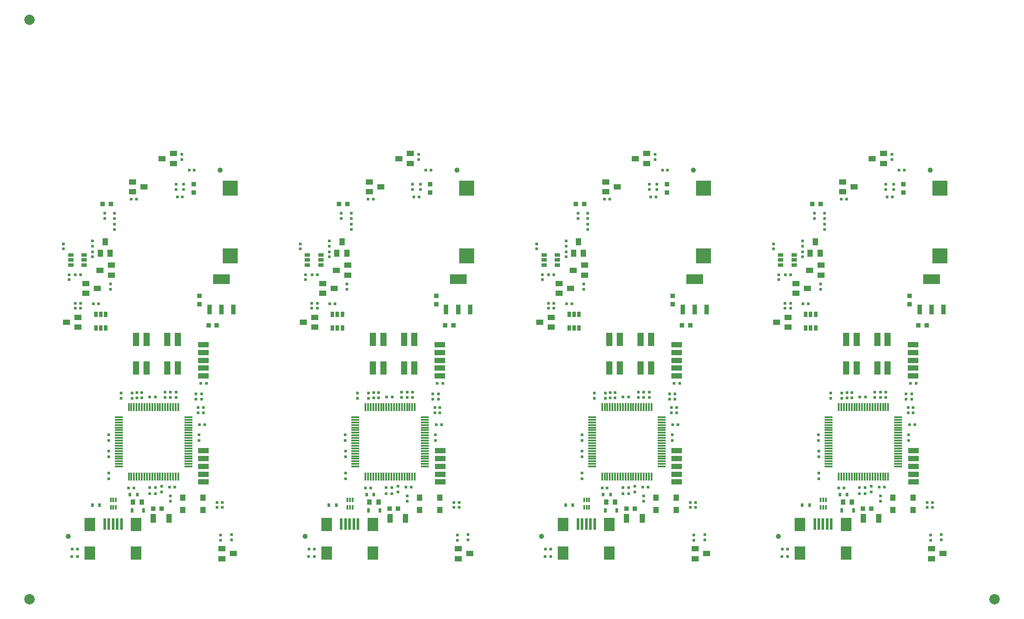
<source format=gbp>
G04*
G04 #@! TF.GenerationSoftware,Altium Limited,Altium Designer,18.0.9 (584)*
G04*
G04 Layer_Color=128*
%FSLAX44Y44*%
%MOMM*%
G71*
G01*
G75*
%ADD11C,2.0000*%
%ADD12R,2.0000X1.0190*%
%ADD14R,0.9000X0.9000*%
%ADD15R,0.6000X0.6000*%
%ADD16R,0.6000X0.6000*%
%ADD17R,0.9000X0.9000*%
%ADD29R,1.0000X1.4000*%
%ADD30R,0.6000X0.5000*%
%ADD32R,0.5000X0.6000*%
%ADD36R,1.0000X0.7000*%
%ADD37R,0.7000X1.0000*%
%ADD40C,1.0000*%
%ADD41R,1.4000X1.0000*%
%ADD64R,0.6300X0.8300*%
%ADD65R,1.0000X1.7000*%
%ADD66R,0.6000X0.8000*%
%ADD67R,0.9000X1.0000*%
%ADD68R,0.3000X1.5000*%
%ADD69R,1.5000X0.3000*%
%ADD70R,3.0000X3.0000*%
%ADD71R,2.0000X2.5000*%
%ADD72R,0.5000X2.3000*%
%ADD73R,0.3000X0.8500*%
%ADD74R,3.2500X1.9000*%
%ADD75R,0.9500X1.9000*%
%ADD76R,1.1000X1.2500*%
%ADD77R,1.2000X2.5000*%
D11*
X70000Y70000D02*
D03*
X1925430D02*
D03*
X70000Y1185250D02*
D03*
D12*
X403893Y499691D02*
D03*
Y514691D02*
D03*
Y529691D02*
D03*
Y544691D02*
D03*
Y559691D02*
D03*
X404501Y355489D02*
D03*
Y340489D02*
D03*
Y325489D02*
D03*
Y310489D02*
D03*
Y295489D02*
D03*
X859000Y499691D02*
D03*
Y514691D02*
D03*
Y529691D02*
D03*
Y544691D02*
D03*
Y559691D02*
D03*
X859608Y355489D02*
D03*
Y340489D02*
D03*
Y325489D02*
D03*
Y310489D02*
D03*
Y295489D02*
D03*
X1314107Y499691D02*
D03*
Y514691D02*
D03*
Y529691D02*
D03*
Y544691D02*
D03*
Y559691D02*
D03*
X1314716Y355489D02*
D03*
Y340489D02*
D03*
Y325489D02*
D03*
Y310489D02*
D03*
Y295489D02*
D03*
X1769215Y499691D02*
D03*
Y514691D02*
D03*
Y529691D02*
D03*
Y544691D02*
D03*
Y559691D02*
D03*
X1769823Y355489D02*
D03*
Y340489D02*
D03*
Y325489D02*
D03*
Y310489D02*
D03*
Y295489D02*
D03*
D14*
X385351Y852742D02*
D03*
Y868742D02*
D03*
X396781Y638112D02*
D03*
Y654112D02*
D03*
X840458Y852742D02*
D03*
Y868742D02*
D03*
X851888Y638112D02*
D03*
Y654112D02*
D03*
X1295566Y852742D02*
D03*
Y868742D02*
D03*
X1306996Y638112D02*
D03*
Y654112D02*
D03*
X1750673Y852742D02*
D03*
Y868742D02*
D03*
X1762103Y638112D02*
D03*
Y654112D02*
D03*
D15*
X222029Y375222D02*
D03*
Y386222D02*
D03*
X222309Y355032D02*
D03*
Y344032D02*
D03*
X395501Y386000D02*
D03*
Y375000D02*
D03*
X222283Y301816D02*
D03*
Y312816D02*
D03*
X323501Y276250D02*
D03*
Y287250D02*
D03*
X677136Y375222D02*
D03*
Y386222D02*
D03*
X677416Y355032D02*
D03*
Y344032D02*
D03*
X850608Y386000D02*
D03*
Y375000D02*
D03*
X677390Y301816D02*
D03*
Y312816D02*
D03*
X778608Y276250D02*
D03*
Y287250D02*
D03*
X1132244Y375222D02*
D03*
Y386222D02*
D03*
X1132524Y355032D02*
D03*
Y344032D02*
D03*
X1305716Y386000D02*
D03*
Y375000D02*
D03*
X1132498Y301816D02*
D03*
Y312816D02*
D03*
X1233716Y276250D02*
D03*
Y287250D02*
D03*
X1587351Y375222D02*
D03*
Y386222D02*
D03*
X1587631Y355032D02*
D03*
Y344032D02*
D03*
X1760823Y386000D02*
D03*
Y375000D02*
D03*
X1587605Y301816D02*
D03*
Y312816D02*
D03*
X1688823Y276250D02*
D03*
Y287250D02*
D03*
D16*
X312301Y459200D02*
D03*
X301301D02*
D03*
X311751Y273000D02*
D03*
X300751D02*
D03*
X311751Y284500D02*
D03*
X300751D02*
D03*
X151250Y152065D02*
D03*
X162250D02*
D03*
X409813Y485204D02*
D03*
X398813D02*
D03*
X767408Y459200D02*
D03*
X756408D02*
D03*
X766858Y273000D02*
D03*
X755858D02*
D03*
X766858Y284500D02*
D03*
X755858D02*
D03*
X606358Y152065D02*
D03*
X617358D02*
D03*
X864920Y485204D02*
D03*
X853920D02*
D03*
X1222516Y459200D02*
D03*
X1211516D02*
D03*
X1221966Y273000D02*
D03*
X1210966D02*
D03*
X1221966Y284500D02*
D03*
X1210966D02*
D03*
X1061465Y152065D02*
D03*
X1072465D02*
D03*
X1320028Y485204D02*
D03*
X1309028D02*
D03*
X1677623Y459200D02*
D03*
X1666623D02*
D03*
X1677073Y273000D02*
D03*
X1666073D02*
D03*
X1677073Y284500D02*
D03*
X1666073D02*
D03*
X1516573Y152065D02*
D03*
X1527573D02*
D03*
X1775135Y485204D02*
D03*
X1764135D02*
D03*
D17*
X210091Y831152D02*
D03*
X226091D02*
D03*
X307501Y244500D02*
D03*
X323501D02*
D03*
X430079Y597270D02*
D03*
X414079D02*
D03*
X665198Y831152D02*
D03*
X681198D02*
D03*
X762608Y244500D02*
D03*
X778608D02*
D03*
X885186Y597270D02*
D03*
X869186D02*
D03*
X1120306Y831152D02*
D03*
X1136306D02*
D03*
X1217716Y244500D02*
D03*
X1233716D02*
D03*
X1340294Y597270D02*
D03*
X1324294D02*
D03*
X1575413Y831152D02*
D03*
X1591413D02*
D03*
X1672823Y244500D02*
D03*
X1688823D02*
D03*
X1795401Y597270D02*
D03*
X1779401D02*
D03*
D29*
X206051Y735700D02*
D03*
X225051D02*
D03*
X215551Y757700D02*
D03*
X661158Y735700D02*
D03*
X680158D02*
D03*
X670658Y757700D02*
D03*
X1116266Y735700D02*
D03*
X1135266D02*
D03*
X1125766Y757700D02*
D03*
X1571373Y735700D02*
D03*
X1590373D02*
D03*
X1580873Y757700D02*
D03*
D30*
X233501Y803250D02*
D03*
Y813250D02*
D03*
X362771Y916200D02*
D03*
Y926200D02*
D03*
X458051Y183950D02*
D03*
Y193950D02*
D03*
X437301Y193200D02*
D03*
Y183200D02*
D03*
X351595Y468492D02*
D03*
Y458492D02*
D03*
X340927Y468586D02*
D03*
Y458586D02*
D03*
X330513Y468492D02*
D03*
Y458492D02*
D03*
X267023Y467052D02*
D03*
Y457052D02*
D03*
X276773Y467302D02*
D03*
Y457302D02*
D03*
X286023Y467302D02*
D03*
Y457302D02*
D03*
X366301Y859200D02*
D03*
Y869200D02*
D03*
X351551Y859200D02*
D03*
Y869200D02*
D03*
X390251Y464750D02*
D03*
Y454750D02*
D03*
X401251Y464750D02*
D03*
Y454750D02*
D03*
X245651Y456662D02*
D03*
Y466662D02*
D03*
X233501Y781500D02*
D03*
Y791500D02*
D03*
X214251Y803250D02*
D03*
Y813250D02*
D03*
X145801Y694950D02*
D03*
Y684950D02*
D03*
X135301Y754200D02*
D03*
Y744200D02*
D03*
X225551Y676700D02*
D03*
Y666700D02*
D03*
X191301Y738950D02*
D03*
Y728950D02*
D03*
Y749700D02*
D03*
Y759700D02*
D03*
X168181Y629795D02*
D03*
Y639795D02*
D03*
X157513Y629795D02*
D03*
Y639795D02*
D03*
X340901Y258542D02*
D03*
Y268542D02*
D03*
X688608Y803250D02*
D03*
Y813250D02*
D03*
X817878Y916200D02*
D03*
Y926200D02*
D03*
X913158Y183950D02*
D03*
Y193950D02*
D03*
X892408Y193200D02*
D03*
Y183200D02*
D03*
X806702Y468492D02*
D03*
Y458492D02*
D03*
X796034Y468586D02*
D03*
Y458586D02*
D03*
X785620Y468492D02*
D03*
Y458492D02*
D03*
X722130Y467052D02*
D03*
Y457052D02*
D03*
X731880Y467302D02*
D03*
Y457302D02*
D03*
X741130Y467302D02*
D03*
Y457302D02*
D03*
X821408Y859200D02*
D03*
Y869200D02*
D03*
X806658Y859200D02*
D03*
Y869200D02*
D03*
X845358Y464750D02*
D03*
Y454750D02*
D03*
X856358Y464750D02*
D03*
Y454750D02*
D03*
X700758Y456662D02*
D03*
Y466662D02*
D03*
X688608Y781500D02*
D03*
Y791500D02*
D03*
X669358Y803250D02*
D03*
Y813250D02*
D03*
X600908Y694950D02*
D03*
Y684950D02*
D03*
X590408Y754200D02*
D03*
Y744200D02*
D03*
X680658Y676700D02*
D03*
Y666700D02*
D03*
X646408Y738950D02*
D03*
Y728950D02*
D03*
Y749700D02*
D03*
Y759700D02*
D03*
X623288Y629795D02*
D03*
Y639795D02*
D03*
X612620Y629795D02*
D03*
Y639795D02*
D03*
X796008Y258542D02*
D03*
Y268542D02*
D03*
X1143716Y803250D02*
D03*
Y813250D02*
D03*
X1272986Y916200D02*
D03*
Y926200D02*
D03*
X1368266Y183950D02*
D03*
Y193950D02*
D03*
X1347516Y193200D02*
D03*
Y183200D02*
D03*
X1261810Y468492D02*
D03*
Y458492D02*
D03*
X1251142Y468586D02*
D03*
Y458586D02*
D03*
X1240728Y468492D02*
D03*
Y458492D02*
D03*
X1177238Y467052D02*
D03*
Y457052D02*
D03*
X1186988Y467302D02*
D03*
Y457302D02*
D03*
X1196238Y467302D02*
D03*
Y457302D02*
D03*
X1276516Y859200D02*
D03*
Y869200D02*
D03*
X1261766Y859200D02*
D03*
Y869200D02*
D03*
X1300466Y464750D02*
D03*
Y454750D02*
D03*
X1311466Y464750D02*
D03*
Y454750D02*
D03*
X1155866Y456662D02*
D03*
Y466662D02*
D03*
X1143716Y781500D02*
D03*
Y791500D02*
D03*
X1124466Y803250D02*
D03*
Y813250D02*
D03*
X1056016Y694950D02*
D03*
Y684950D02*
D03*
X1045516Y754200D02*
D03*
Y744200D02*
D03*
X1135766Y676700D02*
D03*
Y666700D02*
D03*
X1101516Y738950D02*
D03*
Y728950D02*
D03*
Y749700D02*
D03*
Y759700D02*
D03*
X1078395Y629795D02*
D03*
Y639795D02*
D03*
X1067727Y629795D02*
D03*
Y639795D02*
D03*
X1251116Y258542D02*
D03*
Y268542D02*
D03*
X1598823Y803250D02*
D03*
Y813250D02*
D03*
X1728093Y916200D02*
D03*
Y926200D02*
D03*
X1823373Y183950D02*
D03*
Y193950D02*
D03*
X1802623Y193200D02*
D03*
Y183200D02*
D03*
X1716917Y468492D02*
D03*
Y458492D02*
D03*
X1706249Y468586D02*
D03*
Y458586D02*
D03*
X1695835Y468492D02*
D03*
Y458492D02*
D03*
X1632345Y467052D02*
D03*
Y457052D02*
D03*
X1642095Y467302D02*
D03*
Y457302D02*
D03*
X1651345Y467302D02*
D03*
Y457302D02*
D03*
X1731623Y859200D02*
D03*
Y869200D02*
D03*
X1716873Y859200D02*
D03*
Y869200D02*
D03*
X1755573Y464750D02*
D03*
Y454750D02*
D03*
X1766573Y464750D02*
D03*
Y454750D02*
D03*
X1610973Y456662D02*
D03*
Y466662D02*
D03*
X1598823Y781500D02*
D03*
Y791500D02*
D03*
X1579573Y803250D02*
D03*
Y813250D02*
D03*
X1511123Y694950D02*
D03*
Y684950D02*
D03*
X1500623Y754200D02*
D03*
Y744200D02*
D03*
X1590873Y676700D02*
D03*
Y666700D02*
D03*
X1556623Y738950D02*
D03*
Y728950D02*
D03*
Y749700D02*
D03*
Y759700D02*
D03*
X1533503Y629795D02*
D03*
Y639795D02*
D03*
X1522835Y629795D02*
D03*
Y639795D02*
D03*
X1706223Y258542D02*
D03*
Y268542D02*
D03*
D32*
X376801Y895950D02*
D03*
X386801D02*
D03*
X430751Y256315D02*
D03*
X440751D02*
D03*
X404173Y428360D02*
D03*
X394173D02*
D03*
X404173Y438774D02*
D03*
X394173D02*
D03*
X364051Y844200D02*
D03*
X354051D02*
D03*
X397001Y405500D02*
D03*
X407001D02*
D03*
X260751Y283750D02*
D03*
X270751D02*
D03*
X349001Y285750D02*
D03*
X339001D02*
D03*
X440751Y246315D02*
D03*
X430751D02*
D03*
X275743Y840348D02*
D03*
X265743D02*
D03*
X152205Y166486D02*
D03*
X162205D02*
D03*
X192501Y638250D02*
D03*
X202501D02*
D03*
X168051Y694950D02*
D03*
X158051D02*
D03*
X831908Y895950D02*
D03*
X841908D02*
D03*
X885858Y256315D02*
D03*
X895858D02*
D03*
X859280Y428360D02*
D03*
X849280D02*
D03*
X859280Y438774D02*
D03*
X849280D02*
D03*
X819158Y844200D02*
D03*
X809158D02*
D03*
X852108Y405500D02*
D03*
X862108D02*
D03*
X715858Y283750D02*
D03*
X725858D02*
D03*
X804108Y285750D02*
D03*
X794108D02*
D03*
X895858Y246315D02*
D03*
X885858D02*
D03*
X730850Y840348D02*
D03*
X720850D02*
D03*
X607312Y166486D02*
D03*
X617312D02*
D03*
X647608Y638250D02*
D03*
X657608D02*
D03*
X623158Y694950D02*
D03*
X613158D02*
D03*
X1287016Y895950D02*
D03*
X1297016D02*
D03*
X1340965Y256315D02*
D03*
X1350965D02*
D03*
X1314388Y428360D02*
D03*
X1304388D02*
D03*
X1314388Y438774D02*
D03*
X1304388D02*
D03*
X1274266Y844200D02*
D03*
X1264266D02*
D03*
X1307216Y405500D02*
D03*
X1317216D02*
D03*
X1170966Y283750D02*
D03*
X1180966D02*
D03*
X1259216Y285750D02*
D03*
X1249216D02*
D03*
X1350965Y246315D02*
D03*
X1340965D02*
D03*
X1185958Y840348D02*
D03*
X1175958D02*
D03*
X1062420Y166486D02*
D03*
X1072420D02*
D03*
X1102716Y638250D02*
D03*
X1112716D02*
D03*
X1078266Y694950D02*
D03*
X1068266D02*
D03*
X1742123Y895950D02*
D03*
X1752123D02*
D03*
X1796073Y256315D02*
D03*
X1806073D02*
D03*
X1769495Y428360D02*
D03*
X1759495D02*
D03*
X1769495Y438774D02*
D03*
X1759495D02*
D03*
X1729373Y844200D02*
D03*
X1719373D02*
D03*
X1762323Y405500D02*
D03*
X1772323D02*
D03*
X1626073Y283750D02*
D03*
X1636073D02*
D03*
X1714323Y285750D02*
D03*
X1704323D02*
D03*
X1806073Y246315D02*
D03*
X1796073D02*
D03*
X1641065Y840348D02*
D03*
X1631065D02*
D03*
X1517527Y166486D02*
D03*
X1527527D02*
D03*
X1557823Y638250D02*
D03*
X1567823D02*
D03*
X1533373Y694950D02*
D03*
X1523373D02*
D03*
D36*
X175051Y713450D02*
D03*
Y732450D02*
D03*
Y722950D02*
D03*
X149051Y732450D02*
D03*
Y722950D02*
D03*
Y713450D02*
D03*
X630158D02*
D03*
Y732450D02*
D03*
Y722950D02*
D03*
X604158Y732450D02*
D03*
Y722950D02*
D03*
Y713450D02*
D03*
X1085266D02*
D03*
Y732450D02*
D03*
Y722950D02*
D03*
X1059266Y732450D02*
D03*
Y722950D02*
D03*
Y713450D02*
D03*
X1540373D02*
D03*
Y732450D02*
D03*
Y722950D02*
D03*
X1514373Y732450D02*
D03*
Y722950D02*
D03*
Y713450D02*
D03*
D37*
X197315Y618098D02*
D03*
X206815D02*
D03*
X216315D02*
D03*
X206815Y592098D02*
D03*
X216315D02*
D03*
X197315D02*
D03*
X652422Y618098D02*
D03*
X661922D02*
D03*
X671422D02*
D03*
X661922Y592098D02*
D03*
X671422D02*
D03*
X652422D02*
D03*
X1107530Y618098D02*
D03*
X1117030D02*
D03*
X1126530D02*
D03*
X1117030Y592098D02*
D03*
X1126530D02*
D03*
X1107530D02*
D03*
X1562637Y618098D02*
D03*
X1572137D02*
D03*
X1581637D02*
D03*
X1572137Y592098D02*
D03*
X1581637D02*
D03*
X1562637D02*
D03*
D40*
X144523Y191052D02*
D03*
X436431Y896228D02*
D03*
X599630Y191052D02*
D03*
X891538Y896228D02*
D03*
X1054738Y191052D02*
D03*
X1346646Y896228D02*
D03*
X1509845Y191052D02*
D03*
X1801753Y896228D02*
D03*
D41*
X346925Y908826D02*
D03*
Y927826D02*
D03*
X324925Y918326D02*
D03*
X439551Y166950D02*
D03*
Y147950D02*
D03*
X461551Y157450D02*
D03*
X268301Y873200D02*
D03*
Y854200D02*
D03*
X290301Y863700D02*
D03*
X163051Y593699D02*
D03*
Y612700D02*
D03*
X141051Y603200D02*
D03*
X178551Y677700D02*
D03*
Y658700D02*
D03*
X200551Y668200D02*
D03*
X227059Y693941D02*
D03*
Y712942D02*
D03*
X205059Y703442D02*
D03*
X802032Y908826D02*
D03*
Y927826D02*
D03*
X780032Y918326D02*
D03*
X894658Y166950D02*
D03*
Y147950D02*
D03*
X916658Y157450D02*
D03*
X723408Y873200D02*
D03*
Y854200D02*
D03*
X745408Y863700D02*
D03*
X618158Y593699D02*
D03*
Y612700D02*
D03*
X596158Y603200D02*
D03*
X633658Y677700D02*
D03*
Y658700D02*
D03*
X655658Y668200D02*
D03*
X682166Y693941D02*
D03*
Y712942D02*
D03*
X660166Y703442D02*
D03*
X1257140Y908826D02*
D03*
Y927826D02*
D03*
X1235140Y918326D02*
D03*
X1349766Y166950D02*
D03*
Y147950D02*
D03*
X1371766Y157450D02*
D03*
X1178516Y873200D02*
D03*
Y854200D02*
D03*
X1200516Y863700D02*
D03*
X1073266Y593699D02*
D03*
Y612700D02*
D03*
X1051266Y603200D02*
D03*
X1088766Y677700D02*
D03*
Y658700D02*
D03*
X1110766Y668200D02*
D03*
X1137274Y693941D02*
D03*
Y712942D02*
D03*
X1115274Y703442D02*
D03*
X1712247Y908826D02*
D03*
Y927826D02*
D03*
X1690247Y918326D02*
D03*
X1804873Y166950D02*
D03*
Y147950D02*
D03*
X1826873Y157450D02*
D03*
X1633623Y873200D02*
D03*
Y854200D02*
D03*
X1655623Y863700D02*
D03*
X1528373Y593699D02*
D03*
Y612700D02*
D03*
X1506373Y603200D02*
D03*
X1543873Y677700D02*
D03*
Y658700D02*
D03*
X1565873Y668200D02*
D03*
X1592381Y693941D02*
D03*
Y712942D02*
D03*
X1570381Y703442D02*
D03*
D64*
X266751Y240500D02*
D03*
X289051D02*
D03*
X721858D02*
D03*
X744158D02*
D03*
X1176966D02*
D03*
X1199266D02*
D03*
X1632073D02*
D03*
X1654373D02*
D03*
D65*
X307867Y225108D02*
D03*
X337867D02*
D03*
X762974D02*
D03*
X792974D02*
D03*
X1218082D02*
D03*
X1248082D02*
D03*
X1673189D02*
D03*
X1703189D02*
D03*
D66*
X277001Y271250D02*
D03*
X263001D02*
D03*
X204533Y251270D02*
D03*
X190533D02*
D03*
X732108Y271250D02*
D03*
X718108D02*
D03*
X659640Y251270D02*
D03*
X645640D02*
D03*
X1187216Y271250D02*
D03*
X1173216D02*
D03*
X1114748Y251270D02*
D03*
X1100748D02*
D03*
X1642323Y271250D02*
D03*
X1628323D02*
D03*
X1569855Y251270D02*
D03*
X1555855D02*
D03*
D67*
X285751Y256500D02*
D03*
X268751D02*
D03*
X740858D02*
D03*
X723858D02*
D03*
X1195966D02*
D03*
X1178966D02*
D03*
X1651073D02*
D03*
X1634073D02*
D03*
D68*
X355809Y305790D02*
D03*
X350809D02*
D03*
X340809D02*
D03*
X345809D02*
D03*
X325809D02*
D03*
X320809D02*
D03*
X330809D02*
D03*
X335809D02*
D03*
X295809D02*
D03*
X290809D02*
D03*
X280809D02*
D03*
X285809D02*
D03*
X305809D02*
D03*
X300809D02*
D03*
X310809D02*
D03*
X315809D02*
D03*
X265809D02*
D03*
X260809D02*
D03*
X270809D02*
D03*
X275809D02*
D03*
Y439790D02*
D03*
X270809D02*
D03*
X260809D02*
D03*
X265809D02*
D03*
X315809D02*
D03*
X310809D02*
D03*
X300809D02*
D03*
X305809D02*
D03*
X285809D02*
D03*
X280809D02*
D03*
X290809D02*
D03*
X295809D02*
D03*
X335809D02*
D03*
X330809D02*
D03*
X320809D02*
D03*
X325809D02*
D03*
X345809D02*
D03*
X340809D02*
D03*
X350809D02*
D03*
X355809D02*
D03*
X810916Y305790D02*
D03*
X805916D02*
D03*
X795916D02*
D03*
X800916D02*
D03*
X780916D02*
D03*
X775916D02*
D03*
X785916D02*
D03*
X790916D02*
D03*
X750916D02*
D03*
X745916D02*
D03*
X735916D02*
D03*
X740916D02*
D03*
X760916D02*
D03*
X755916D02*
D03*
X765916D02*
D03*
X770916D02*
D03*
X720916D02*
D03*
X715916D02*
D03*
X725916D02*
D03*
X730916D02*
D03*
Y439790D02*
D03*
X725916D02*
D03*
X715916D02*
D03*
X720916D02*
D03*
X770916D02*
D03*
X765916D02*
D03*
X755916D02*
D03*
X760916D02*
D03*
X740916D02*
D03*
X735916D02*
D03*
X745916D02*
D03*
X750916D02*
D03*
X790916D02*
D03*
X785916D02*
D03*
X775916D02*
D03*
X780916D02*
D03*
X800916D02*
D03*
X795916D02*
D03*
X805916D02*
D03*
X810916D02*
D03*
X1266024Y305790D02*
D03*
X1261024D02*
D03*
X1251024D02*
D03*
X1256024D02*
D03*
X1236024D02*
D03*
X1231024D02*
D03*
X1241024D02*
D03*
X1246024D02*
D03*
X1206024D02*
D03*
X1201024D02*
D03*
X1191024D02*
D03*
X1196024D02*
D03*
X1216024D02*
D03*
X1211024D02*
D03*
X1221024D02*
D03*
X1226024D02*
D03*
X1176024D02*
D03*
X1171024D02*
D03*
X1181024D02*
D03*
X1186024D02*
D03*
Y439790D02*
D03*
X1181024D02*
D03*
X1171024D02*
D03*
X1176024D02*
D03*
X1226024D02*
D03*
X1221024D02*
D03*
X1211024D02*
D03*
X1216024D02*
D03*
X1196024D02*
D03*
X1191024D02*
D03*
X1201024D02*
D03*
X1206024D02*
D03*
X1246024D02*
D03*
X1241024D02*
D03*
X1231024D02*
D03*
X1236024D02*
D03*
X1256024D02*
D03*
X1251024D02*
D03*
X1261024D02*
D03*
X1266024D02*
D03*
X1721131Y305790D02*
D03*
X1716131D02*
D03*
X1706131D02*
D03*
X1711131D02*
D03*
X1691131D02*
D03*
X1686131D02*
D03*
X1696131D02*
D03*
X1701131D02*
D03*
X1661131D02*
D03*
X1656131D02*
D03*
X1646131D02*
D03*
X1651131D02*
D03*
X1671131D02*
D03*
X1666131D02*
D03*
X1676131D02*
D03*
X1681131D02*
D03*
X1631131D02*
D03*
X1626131D02*
D03*
X1636131D02*
D03*
X1641131D02*
D03*
Y439790D02*
D03*
X1636131D02*
D03*
X1626131D02*
D03*
X1631131D02*
D03*
X1681131D02*
D03*
X1676131D02*
D03*
X1666131D02*
D03*
X1671131D02*
D03*
X1651131D02*
D03*
X1646131D02*
D03*
X1656131D02*
D03*
X1661131D02*
D03*
X1701131D02*
D03*
X1696131D02*
D03*
X1686131D02*
D03*
X1691131D02*
D03*
X1711131D02*
D03*
X1706131D02*
D03*
X1716131D02*
D03*
X1721131D02*
D03*
D69*
X375309Y405289D02*
D03*
Y410289D02*
D03*
Y420289D02*
D03*
Y415289D02*
D03*
Y365289D02*
D03*
Y370289D02*
D03*
Y380289D02*
D03*
Y375289D02*
D03*
Y395289D02*
D03*
Y400289D02*
D03*
Y390289D02*
D03*
Y385289D02*
D03*
Y345289D02*
D03*
Y350289D02*
D03*
Y360289D02*
D03*
Y355289D02*
D03*
Y335290D02*
D03*
Y340289D02*
D03*
Y330290D02*
D03*
Y325290D02*
D03*
X241309Y405289D02*
D03*
Y410289D02*
D03*
Y420289D02*
D03*
Y415289D02*
D03*
Y365289D02*
D03*
Y370289D02*
D03*
Y380289D02*
D03*
Y375289D02*
D03*
Y395289D02*
D03*
Y400289D02*
D03*
Y390289D02*
D03*
Y385289D02*
D03*
Y345289D02*
D03*
Y350289D02*
D03*
Y360289D02*
D03*
Y355289D02*
D03*
Y335290D02*
D03*
Y340289D02*
D03*
Y330290D02*
D03*
Y325290D02*
D03*
X830416Y405289D02*
D03*
Y410289D02*
D03*
Y420289D02*
D03*
Y415289D02*
D03*
Y365289D02*
D03*
Y370289D02*
D03*
Y380289D02*
D03*
Y375289D02*
D03*
Y395289D02*
D03*
Y400289D02*
D03*
Y390289D02*
D03*
Y385289D02*
D03*
Y345289D02*
D03*
Y350289D02*
D03*
Y360289D02*
D03*
Y355289D02*
D03*
Y335290D02*
D03*
Y340289D02*
D03*
Y330290D02*
D03*
Y325290D02*
D03*
X696416Y405289D02*
D03*
Y410289D02*
D03*
Y420289D02*
D03*
Y415289D02*
D03*
Y365289D02*
D03*
Y370289D02*
D03*
Y380289D02*
D03*
Y375289D02*
D03*
Y395289D02*
D03*
Y400289D02*
D03*
Y390289D02*
D03*
Y385289D02*
D03*
Y345289D02*
D03*
Y350289D02*
D03*
Y360289D02*
D03*
Y355289D02*
D03*
Y335290D02*
D03*
Y340289D02*
D03*
Y330290D02*
D03*
Y325290D02*
D03*
X1285524Y405289D02*
D03*
Y410289D02*
D03*
Y420289D02*
D03*
Y415289D02*
D03*
Y365289D02*
D03*
Y370289D02*
D03*
Y380289D02*
D03*
Y375289D02*
D03*
Y395289D02*
D03*
Y400289D02*
D03*
Y390289D02*
D03*
Y385289D02*
D03*
Y345289D02*
D03*
Y350289D02*
D03*
Y360289D02*
D03*
Y355289D02*
D03*
Y335290D02*
D03*
Y340289D02*
D03*
Y330290D02*
D03*
Y325290D02*
D03*
X1151524Y405289D02*
D03*
Y410289D02*
D03*
Y420289D02*
D03*
Y415289D02*
D03*
Y365289D02*
D03*
Y370289D02*
D03*
Y380289D02*
D03*
Y375289D02*
D03*
Y395289D02*
D03*
Y400289D02*
D03*
Y390289D02*
D03*
Y385289D02*
D03*
Y345289D02*
D03*
Y350289D02*
D03*
Y360289D02*
D03*
Y355289D02*
D03*
Y335290D02*
D03*
Y340289D02*
D03*
Y330290D02*
D03*
Y325290D02*
D03*
X1740631Y405289D02*
D03*
Y410289D02*
D03*
Y420289D02*
D03*
Y415289D02*
D03*
Y365289D02*
D03*
Y370289D02*
D03*
Y380289D02*
D03*
Y375289D02*
D03*
Y395289D02*
D03*
Y400289D02*
D03*
Y390289D02*
D03*
Y385289D02*
D03*
Y345289D02*
D03*
Y350289D02*
D03*
Y360289D02*
D03*
Y355289D02*
D03*
Y335290D02*
D03*
Y340289D02*
D03*
Y330290D02*
D03*
Y325290D02*
D03*
X1606631Y405289D02*
D03*
Y410289D02*
D03*
Y420289D02*
D03*
Y415289D02*
D03*
Y365289D02*
D03*
Y370289D02*
D03*
Y380289D02*
D03*
Y375289D02*
D03*
Y395289D02*
D03*
Y400289D02*
D03*
Y390289D02*
D03*
Y385289D02*
D03*
Y345289D02*
D03*
Y350289D02*
D03*
Y360289D02*
D03*
Y355289D02*
D03*
Y335290D02*
D03*
Y340289D02*
D03*
Y330290D02*
D03*
Y325290D02*
D03*
D70*
X455551Y731200D02*
D03*
X455551Y861200D02*
D03*
X910658Y731200D02*
D03*
X910658Y861200D02*
D03*
X1365766Y731200D02*
D03*
X1365766Y861200D02*
D03*
X1820873Y731200D02*
D03*
X1820873Y861200D02*
D03*
D71*
X186073Y158802D02*
D03*
Y213802D02*
D03*
X275073Y158802D02*
D03*
Y213802D02*
D03*
X641180Y158802D02*
D03*
Y213802D02*
D03*
X730180Y158802D02*
D03*
Y213802D02*
D03*
X1096288Y158802D02*
D03*
Y213802D02*
D03*
X1185288Y158802D02*
D03*
Y213802D02*
D03*
X1551395Y158802D02*
D03*
Y213802D02*
D03*
X1640395Y158802D02*
D03*
Y213802D02*
D03*
D72*
X230573Y214802D02*
D03*
X222573D02*
D03*
X214573D02*
D03*
X238573D02*
D03*
X246573D02*
D03*
X685680D02*
D03*
X677680D02*
D03*
X669680D02*
D03*
X693680D02*
D03*
X701680D02*
D03*
X1140788D02*
D03*
X1132788D02*
D03*
X1124788D02*
D03*
X1148788D02*
D03*
X1156788D02*
D03*
X1595895D02*
D03*
X1587895D02*
D03*
X1579895D02*
D03*
X1603895D02*
D03*
X1611895D02*
D03*
D73*
X226093Y246930D02*
D03*
X231093D02*
D03*
X236093D02*
D03*
Y261430D02*
D03*
X231093D02*
D03*
X226093D02*
D03*
X681200Y246930D02*
D03*
X686200D02*
D03*
X691200D02*
D03*
Y261430D02*
D03*
X686200D02*
D03*
X681200D02*
D03*
X1136308Y246930D02*
D03*
X1141308D02*
D03*
X1146308D02*
D03*
Y261430D02*
D03*
X1141308D02*
D03*
X1136308D02*
D03*
X1591415Y246930D02*
D03*
X1596415D02*
D03*
X1601415D02*
D03*
Y261430D02*
D03*
X1596415D02*
D03*
X1591415D02*
D03*
D74*
X439051Y685950D02*
D03*
X894158D02*
D03*
X1349266D02*
D03*
X1804373D02*
D03*
D75*
X416051Y627950D02*
D03*
X439051D02*
D03*
X462051D02*
D03*
X871158D02*
D03*
X894158D02*
D03*
X917158D02*
D03*
X1326266D02*
D03*
X1349266D02*
D03*
X1372266D02*
D03*
X1781373D02*
D03*
X1804373D02*
D03*
X1827373D02*
D03*
D76*
X403551Y265200D02*
D03*
Y241700D02*
D03*
X364551Y265200D02*
D03*
Y241700D02*
D03*
X858658Y265200D02*
D03*
Y241700D02*
D03*
X819658Y265200D02*
D03*
Y241700D02*
D03*
X1313766Y265200D02*
D03*
Y241700D02*
D03*
X1274766Y265200D02*
D03*
Y241700D02*
D03*
X1768873Y265200D02*
D03*
Y241700D02*
D03*
X1729873Y265200D02*
D03*
Y241700D02*
D03*
D77*
X355053Y514702D02*
D03*
X335053D02*
D03*
X275053D02*
D03*
X295053D02*
D03*
Y569702D02*
D03*
X275053D02*
D03*
X335053D02*
D03*
X355053D02*
D03*
X810160Y514702D02*
D03*
X790160D02*
D03*
X730160D02*
D03*
X750160D02*
D03*
Y569702D02*
D03*
X730160D02*
D03*
X790160D02*
D03*
X810160D02*
D03*
X1265268Y514702D02*
D03*
X1245268D02*
D03*
X1185268D02*
D03*
X1205268D02*
D03*
Y569702D02*
D03*
X1185268D02*
D03*
X1245268D02*
D03*
X1265268D02*
D03*
X1720375Y514702D02*
D03*
X1700375D02*
D03*
X1640375D02*
D03*
X1660375D02*
D03*
Y569702D02*
D03*
X1640375D02*
D03*
X1700375D02*
D03*
X1720375D02*
D03*
M02*

</source>
